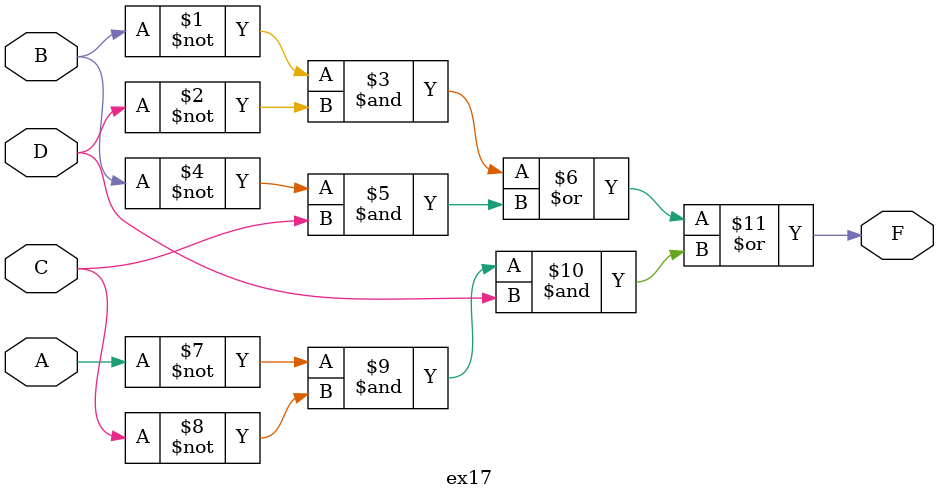
<source format=v>
module ex17(
    input A,
    input B,
    input C,
    input D,
    output F
);

assign F = (~B & ~D) | (~B & C) | (~A & ~C & D);

  // F = (~B&~D) | (~B&~C) | (~A&~C&D)

endmodule


</source>
